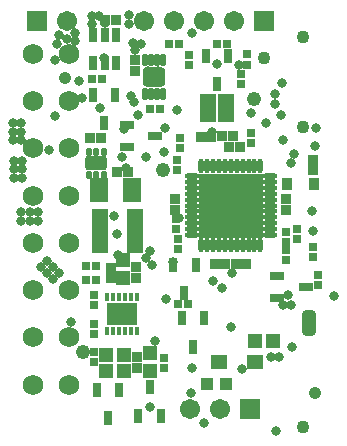
<source format=gbr>
%TF.GenerationSoftware,Altium Limited,Altium Designer,20.2.5 (213)*%
G04 Layer_Color=8388736*
%FSLAX25Y25*%
%MOIN*%
%TF.SameCoordinates,C9AA4840-3426-47ED-90B3-6D3E683A03ED*%
%TF.FilePolarity,Negative*%
%TF.FileFunction,Soldermask,Top*%
%TF.Part,Single*%
G01*
G75*
%TA.AperFunction,SMDPad,CuDef*%
%ADD96R,0.03477X0.03320*%
%ADD99R,0.04147X0.04343*%
%ADD100R,0.03320X0.03477*%
%ADD102R,0.03162X0.02965*%
%ADD104R,0.02965X0.03162*%
%ADD107C,0.04800*%
%TA.AperFunction,ComponentPad*%
%ADD109C,0.06800*%
%ADD110R,0.06706X0.06706*%
%ADD111C,0.06706*%
%TA.AperFunction,ViaPad*%
%ADD112C,0.04343*%
%ADD113C,0.03162*%
%ADD114C,0.03200*%
%ADD115C,0.04147*%
%TA.AperFunction,SMDPad,CuDef*%
%ADD117R,0.03162X0.04737*%
G04:AMPARAMS|DCode=118|XSize=70.99mil|YSize=47.37mil|CornerRadius=7.94mil|HoleSize=0mil|Usage=FLASHONLY|Rotation=0.000|XOffset=0mil|YOffset=0mil|HoleType=Round|Shape=RoundedRectangle|*
%AMROUNDEDRECTD118*
21,1,0.07099,0.03150,0,0,0.0*
21,1,0.05512,0.04737,0,0,0.0*
1,1,0.01587,0.02756,-0.01575*
1,1,0.01587,-0.02756,-0.01575*
1,1,0.01587,-0.02756,0.01575*
1,1,0.01587,0.02756,0.01575*
%
%ADD118ROUNDEDRECTD118*%
G04:AMPARAMS|DCode=119|XSize=19.81mil|YSize=25.72mil|CornerRadius=5.18mil|HoleSize=0mil|Usage=FLASHONLY|Rotation=0.000|XOffset=0mil|YOffset=0mil|HoleType=Round|Shape=RoundedRectangle|*
%AMROUNDEDRECTD119*
21,1,0.01981,0.01535,0,0,0.0*
21,1,0.00945,0.02572,0,0,0.0*
1,1,0.01036,0.00472,-0.00768*
1,1,0.01036,-0.00472,-0.00768*
1,1,0.01036,-0.00472,0.00768*
1,1,0.01036,0.00472,0.00768*
%
%ADD119ROUNDEDRECTD119*%
%ADD120R,0.10446X0.07493*%
%ADD121R,0.01784X0.03162*%
%ADD122R,0.05721X0.04540*%
%ADD123R,0.03280X0.04068*%
%ADD124R,0.21272X0.21272*%
%ADD125O,0.04934X0.01784*%
%ADD126O,0.01784X0.04934*%
G04:AMPARAMS|DCode=127|XSize=21.39mil|YSize=37.53mil|CornerRadius=5.34mil|HoleSize=0mil|Usage=FLASHONLY|Rotation=0.000|XOffset=0mil|YOffset=0mil|HoleType=Round|Shape=RoundedRectangle|*
%AMROUNDEDRECTD127*
21,1,0.02139,0.02685,0,0,0.0*
21,1,0.01071,0.03753,0,0,0.0*
1,1,0.01068,0.00535,-0.01343*
1,1,0.01068,-0.00535,-0.01343*
1,1,0.01068,-0.00535,0.01343*
1,1,0.01068,0.00535,0.01343*
%
%ADD127ROUNDEDRECTD127*%
G04:AMPARAMS|DCode=128|XSize=72.17mil|YSize=64.3mil|CornerRadius=9.63mil|HoleSize=0mil|Usage=FLASHONLY|Rotation=0.000|XOffset=0mil|YOffset=0mil|HoleType=Round|Shape=RoundedRectangle|*
%AMROUNDEDRECTD128*
21,1,0.07217,0.04504,0,0,0.0*
21,1,0.05291,0.06430,0,0,0.0*
1,1,0.01926,0.02646,-0.02252*
1,1,0.01926,-0.02646,-0.02252*
1,1,0.01926,-0.02646,0.02252*
1,1,0.01926,0.02646,0.02252*
%
%ADD128ROUNDEDRECTD128*%
G04:AMPARAMS|DCode=129|XSize=47.37mil|YSize=86.74mil|CornerRadius=13.84mil|HoleSize=0mil|Usage=FLASHONLY|Rotation=180.000|XOffset=0mil|YOffset=0mil|HoleType=Round|Shape=RoundedRectangle|*
%AMROUNDEDRECTD129*
21,1,0.04737,0.05906,0,0,180.0*
21,1,0.01968,0.08674,0,0,180.0*
1,1,0.02769,-0.00984,0.02953*
1,1,0.02769,0.00984,0.02953*
1,1,0.02769,0.00984,-0.02953*
1,1,0.02769,-0.00984,-0.02953*
%
%ADD129ROUNDEDRECTD129*%
%ADD130R,0.05524X0.14973*%
%ADD131R,0.05328X0.09461*%
%ADD132R,0.05918X0.07887*%
%ADD133R,0.04737X0.04737*%
%ADD134R,0.04737X0.03162*%
%ADD135R,0.04737X0.04737*%
D96*
X32228Y139200D02*
D03*
X35772D02*
D03*
X27289Y100100D02*
D03*
X30832D02*
D03*
X39772Y88700D02*
D03*
X36228D02*
D03*
X64219Y100287D02*
D03*
X67762D02*
D03*
X71319Y100758D02*
D03*
X74862D02*
D03*
X77172Y96900D02*
D03*
X73628D02*
D03*
X75830Y57847D02*
D03*
X79373D02*
D03*
X72341Y57906D02*
D03*
X68798D02*
D03*
D99*
X66349Y17913D02*
D03*
X72451D02*
D03*
D100*
X42700Y53328D02*
D03*
Y56872D02*
D03*
X42800Y23328D02*
D03*
Y26872D02*
D03*
X42300Y122428D02*
D03*
Y125972D02*
D03*
X34200Y53228D02*
D03*
Y56772D02*
D03*
X92600Y79572D02*
D03*
Y76028D02*
D03*
X55500Y79572D02*
D03*
Y76028D02*
D03*
X101700Y92672D02*
D03*
Y89128D02*
D03*
D102*
X26061Y52700D02*
D03*
X29408D02*
D03*
X31373Y119600D02*
D03*
X28027D02*
D03*
X47280Y109595D02*
D03*
X50626D02*
D03*
X26061Y57400D02*
D03*
X29408D02*
D03*
X57073Y131200D02*
D03*
X53727D02*
D03*
X73073D02*
D03*
X69727D02*
D03*
X56727Y44500D02*
D03*
X60073D02*
D03*
D104*
X101600Y60427D02*
D03*
Y63773D02*
D03*
X28500Y25127D02*
D03*
Y28473D02*
D03*
Y44127D02*
D03*
Y47473D02*
D03*
Y34627D02*
D03*
Y37973D02*
D03*
X96400Y69773D02*
D03*
Y66427D02*
D03*
X51800Y23427D02*
D03*
Y26773D02*
D03*
X81000Y101473D02*
D03*
Y98127D02*
D03*
X79760Y124438D02*
D03*
Y127785D02*
D03*
X60400Y127773D02*
D03*
Y124427D02*
D03*
X57190Y99837D02*
D03*
Y96490D02*
D03*
X56200Y89427D02*
D03*
Y92773D02*
D03*
X92500Y68648D02*
D03*
Y65302D02*
D03*
X77749Y117779D02*
D03*
Y121125D02*
D03*
X103300Y54373D02*
D03*
Y51027D02*
D03*
X92500Y59127D02*
D03*
Y62473D02*
D03*
X56500Y66273D02*
D03*
Y62927D02*
D03*
X55800Y69444D02*
D03*
Y72791D02*
D03*
D107*
X51700Y89400D02*
D03*
X81800Y113100D02*
D03*
X24916Y28470D02*
D03*
D109*
X20125Y127976D02*
D03*
Y112228D02*
D03*
Y96480D02*
D03*
Y80732D02*
D03*
Y64984D02*
D03*
Y49236D02*
D03*
Y33488D02*
D03*
Y17740D02*
D03*
X8314Y127976D02*
D03*
Y112228D02*
D03*
Y96480D02*
D03*
Y80732D02*
D03*
Y64984D02*
D03*
Y49236D02*
D03*
Y33488D02*
D03*
Y17740D02*
D03*
D110*
X85400Y138800D02*
D03*
X80600Y9600D02*
D03*
X9500Y138800D02*
D03*
D111*
X75400D02*
D03*
X65400D02*
D03*
X55400D02*
D03*
X45400D02*
D03*
X70600Y9600D02*
D03*
X60600D02*
D03*
X19500Y138800D02*
D03*
D112*
X85293Y126597D02*
D03*
X98400Y3703D02*
D03*
Y103500D02*
D03*
Y133500D02*
D03*
D113*
X47300Y62300D02*
D03*
X36100Y67800D02*
D03*
X35100Y73800D02*
D03*
X45946Y59970D02*
D03*
X61274Y23312D02*
D03*
X94515Y30317D02*
D03*
X90300Y26900D02*
D03*
X87500D02*
D03*
X91644Y44394D02*
D03*
X93120Y47460D02*
D03*
X94400Y44394D02*
D03*
X49000Y32200D02*
D03*
X47100Y10131D02*
D03*
X60916Y15006D02*
D03*
X74302Y36935D02*
D03*
X74435Y54940D02*
D03*
X68100Y52300D02*
D03*
X71300Y50000D02*
D03*
X52542Y46116D02*
D03*
X77829Y22936D02*
D03*
X1600Y102100D02*
D03*
X4200Y104938D02*
D03*
X1600D02*
D03*
X4200Y102100D02*
D03*
X1600Y99262D02*
D03*
X4200D02*
D03*
X4600Y86724D02*
D03*
X2000D02*
D03*
X10000Y72200D02*
D03*
X7200D02*
D03*
Y75300D02*
D03*
X4300D02*
D03*
X15000Y57000D02*
D03*
X11000D02*
D03*
X17000Y55000D02*
D03*
X54960Y58593D02*
D03*
X89100Y2400D02*
D03*
X72900Y85600D02*
D03*
X15687Y107281D02*
D03*
X36500Y60832D02*
D03*
X102600Y103200D02*
D03*
X48020Y57759D02*
D03*
X68094Y102006D02*
D03*
X94400Y91688D02*
D03*
X95303Y94509D02*
D03*
X49800Y122300D02*
D03*
Y118800D02*
D03*
X13730Y96000D02*
D03*
X45945Y93455D02*
D03*
X78900Y75533D02*
D03*
X37900Y93500D02*
D03*
X52200Y103300D02*
D03*
X16100Y131400D02*
D03*
X13000Y55000D02*
D03*
X91300Y118300D02*
D03*
X102300Y97300D02*
D03*
X91600Y99381D02*
D03*
X30500Y109900D02*
D03*
X46675Y122300D02*
D03*
Y118800D02*
D03*
X20844Y38452D02*
D03*
X56200Y109400D02*
D03*
X61300Y134900D02*
D03*
X40300Y140900D02*
D03*
X72900Y81000D02*
D03*
X101600Y69050D02*
D03*
X65400Y4800D02*
D03*
X89000Y114700D02*
D03*
Y111200D02*
D03*
X56981Y73283D02*
D03*
X78900Y85600D02*
D03*
X78898Y80681D02*
D03*
X66900D02*
D03*
Y75533D02*
D03*
X72900D02*
D03*
X66900Y85600D02*
D03*
X41700Y131593D02*
D03*
X42400Y129300D02*
D03*
X31914Y126744D02*
D03*
X15700Y126000D02*
D03*
X27800Y140500D02*
D03*
X30300D02*
D03*
X32100Y138216D02*
D03*
X80800Y108200D02*
D03*
X72900Y70500D02*
D03*
X44200Y131300D02*
D03*
X40300Y138100D02*
D03*
X27800D02*
D03*
X22400Y132200D02*
D03*
Y134800D02*
D03*
X19500Y133100D02*
D03*
X17000Y134400D02*
D03*
X23700Y119001D02*
D03*
X24700Y113300D02*
D03*
X76800Y124200D02*
D03*
X69548Y124680D02*
D03*
X86000Y104800D02*
D03*
X38700Y103000D02*
D03*
X43200Y107600D02*
D03*
X66900Y70500D02*
D03*
X78900D02*
D03*
X4600Y89562D02*
D03*
X2000Y92400D02*
D03*
X4600D02*
D03*
X2000Y89562D02*
D03*
X4300Y72200D02*
D03*
X10000Y75300D02*
D03*
X51919Y95220D02*
D03*
X13000Y59000D02*
D03*
X15000Y53000D02*
D03*
X101203Y75747D02*
D03*
X91000Y107700D02*
D03*
X108600Y47400D02*
D03*
D114*
X39367Y89898D02*
D03*
X40970Y114028D02*
D03*
X42058Y111828D02*
D03*
D115*
X102100Y15000D02*
D03*
X18800Y120095D02*
D03*
D117*
X28360Y124776D02*
D03*
X32100D02*
D03*
X35840D02*
D03*
Y134224D02*
D03*
X32100D02*
D03*
X28360D02*
D03*
X61628Y30377D02*
D03*
X57888Y39825D02*
D03*
X65368D02*
D03*
X73289Y127435D02*
D03*
X65808D02*
D03*
X69548Y117987D02*
D03*
X58700Y48276D02*
D03*
X54960Y57724D02*
D03*
X62440D02*
D03*
X37010Y15896D02*
D03*
X29530D02*
D03*
X33270Y6447D02*
D03*
X47100Y16824D02*
D03*
X50840Y7376D02*
D03*
X43360D02*
D03*
X35745Y114424D02*
D03*
X28265D02*
D03*
X32005Y104976D02*
D03*
D118*
X29400Y91566D02*
D03*
D119*
X26841Y87727D02*
D03*
X29400D02*
D03*
X31959D02*
D03*
X26841Y95405D02*
D03*
X29400D02*
D03*
X31959D02*
D03*
D120*
X38000Y41400D02*
D03*
D121*
X33079Y35750D02*
D03*
X35047D02*
D03*
X37016D02*
D03*
X38984D02*
D03*
X40953D02*
D03*
X42921D02*
D03*
X33079Y47050D02*
D03*
X35047D02*
D03*
X37016D02*
D03*
X38984D02*
D03*
X40953D02*
D03*
X42921D02*
D03*
D122*
X82205Y25200D02*
D03*
X70394D02*
D03*
D123*
X101780Y84600D02*
D03*
X93020D02*
D03*
D124*
X74214Y77426D02*
D03*
D125*
X87305Y87269D02*
D03*
Y85300D02*
D03*
Y83332D02*
D03*
Y81363D02*
D03*
Y79395D02*
D03*
Y77426D02*
D03*
Y75458D02*
D03*
Y73489D02*
D03*
Y71521D02*
D03*
Y69552D02*
D03*
Y67584D02*
D03*
X61124D02*
D03*
Y69552D02*
D03*
Y71521D02*
D03*
Y73489D02*
D03*
Y75458D02*
D03*
Y77426D02*
D03*
Y79395D02*
D03*
Y81363D02*
D03*
Y83332D02*
D03*
Y85300D02*
D03*
Y87269D02*
D03*
D126*
X84057Y64335D02*
D03*
X82088D02*
D03*
X80120D02*
D03*
X78151D02*
D03*
X76183D02*
D03*
X74214D02*
D03*
X72246D02*
D03*
X70277D02*
D03*
X68309D02*
D03*
X66340D02*
D03*
X64372D02*
D03*
Y90517D02*
D03*
X66340D02*
D03*
X68309D02*
D03*
X70277D02*
D03*
X72246D02*
D03*
X74214D02*
D03*
X76183D02*
D03*
X78151D02*
D03*
X80120D02*
D03*
X82088D02*
D03*
X84057D02*
D03*
D127*
X51553Y126098D02*
D03*
X49584D02*
D03*
X47616D02*
D03*
X45647D02*
D03*
X51553Y114680D02*
D03*
X49584D02*
D03*
X47616D02*
D03*
X45647D02*
D03*
D128*
X48600Y120389D02*
D03*
D129*
X100100Y38400D02*
D03*
D130*
X30595Y69100D02*
D03*
X42406D02*
D03*
D131*
X72551Y109800D02*
D03*
X66449D02*
D03*
D132*
X41348Y82443D02*
D03*
X30324D02*
D03*
D133*
X82249Y32200D02*
D03*
X88351D02*
D03*
X38751Y22400D02*
D03*
X32649D02*
D03*
Y27600D02*
D03*
X38751D02*
D03*
D134*
X39595Y104363D02*
D03*
Y96883D02*
D03*
X49044Y100623D02*
D03*
X99124Y50300D02*
D03*
X89676Y46560D02*
D03*
Y54040D02*
D03*
D135*
X38300Y53249D02*
D03*
Y59351D02*
D03*
X47367Y22249D02*
D03*
Y28351D02*
D03*
%TF.MD5,d03778cf9c86ed5850a5b12262d7e5cc*%
M02*

</source>
